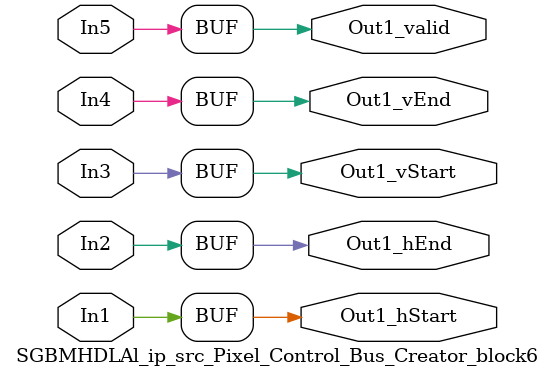
<source format=v>



`timescale 1 ns / 1 ns

module SGBMHDLAl_ip_src_Pixel_Control_Bus_Creator_block6
          (In1,
           In2,
           In3,
           In4,
           In5,
           Out1_hStart,
           Out1_hEnd,
           Out1_vStart,
           Out1_vEnd,
           Out1_valid);


  input   In1;
  input   In2;
  input   In3;
  input   In4;
  input   In5;
  output  Out1_hStart;
  output  Out1_hEnd;
  output  Out1_vStart;
  output  Out1_vEnd;
  output  Out1_valid;




  assign Out1_hStart = In1;

  assign Out1_hEnd = In2;

  assign Out1_vStart = In3;

  assign Out1_vEnd = In4;

  assign Out1_valid = In5;

endmodule  // SGBMHDLAl_ip_src_Pixel_Control_Bus_Creator_block6


</source>
